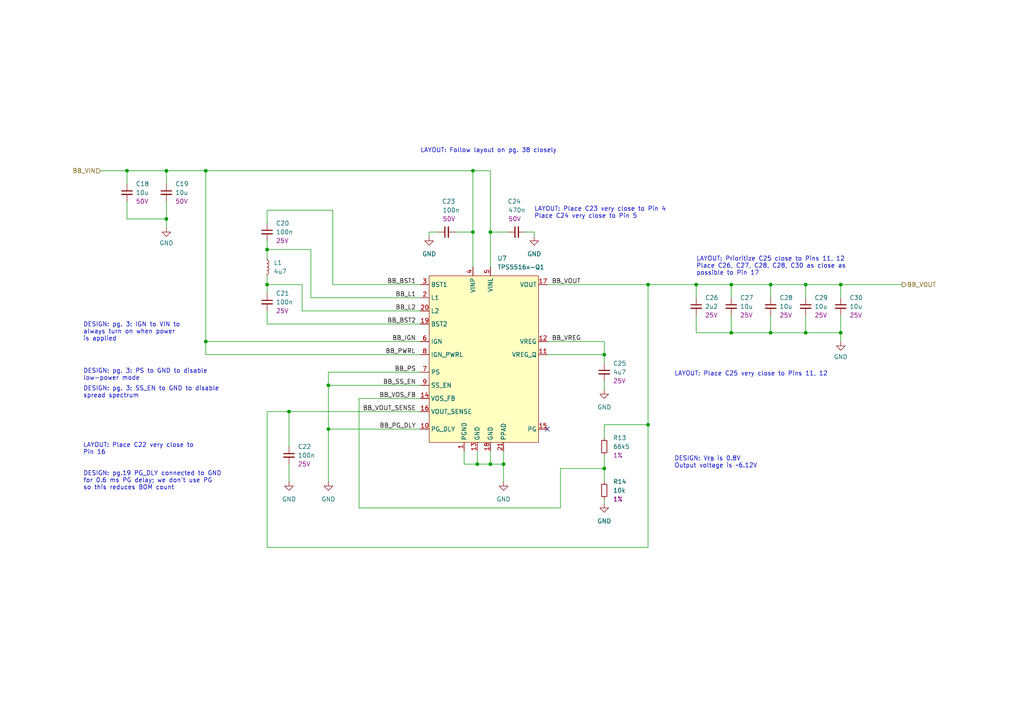
<source format=kicad_sch>
(kicad_sch (version 20211123) (generator eeschema)
  (paper "A4")
  (title_block (title "Car Logger") (date "2024-02-18") (rev "v1") (company "Johnny Cao"))
  (lib_symbols
    (symbol "Device:C_Small" (pin_numbers hide) (pin_names (offset 0.254) hide)
      (property "Reference" "C" (at 0.254 1.778 0))
      (property "Value" "C_Small" (at 0.254 -2.032 0))
      (symbol "C_Small_0_1"
        (polyline (pts (xy -1.524 -0.508) (xy 1.524 -0.508)) (stroke (width 0.3302)))
        (polyline (pts (xy -1.524 0.508) (xy 1.524 0.508)) (stroke (width 0.3048)))
      )
      (symbol "C_Small_1_1"
        (pin passive line (at 0 2.54 270) (length 2.032) (name "~") (number "1"))
        (pin passive line (at 0 -2.54 90) (length 2.032) (name "~") (number "2"))
      )
    )
    (symbol "Device:L_Small" (pin_numbers hide) (pin_names (offset 0.254) hide)
      (property "Reference" "L" (at 0.762 1.016 0))
      (property "Value" "L_Small" (at 0.762 -1.016 0))
      (symbol "L_Small_0_1"
        (arc (start 0 -2.032) (mid 0.508 -1.524) (end 0 -1.016))
        (arc (start 0 -1.016) (mid 0.508 -0.508) (end 0 0))
        (arc (start 0 0) (mid 0.508 0.508) (end 0 1.016))
        (arc (start 0 1.016) (mid 0.508 1.524) (end 0 2.032))
      )
      (symbol "L_Small_1_1"
        (pin passive line (at 0 2.54 270) (length 0.508) (name "~") (number "1"))
        (pin passive line (at 0 -2.54 90) (length 0.508) (name "~") (number "2"))
      )
    )
    (symbol "Device:R_Small" (pin_numbers hide) (pin_names (offset 0.254) hide)
      (property "Reference" "R" (at 0.762 0.508 0))
      (property "Value" "R_Small" (at 0.762 -1.016 0))
      (symbol "R_Small_0_1"
        (rectangle (start -0.762 1.778) (end 0.762 -1.778) (stroke (width 0.2032)))
      )
      (symbol "R_Small_1_1"
        (pin passive line (at 0 2.54 270) (length 0.762) (name "~") (number "1"))
        (pin passive line (at 0 -2.54 90) (length 0.762) (name "~") (number "2"))
      )
    )
    (symbol "car-logger-lib:TPS5516x-Q1"
      (property "Reference" "U" (at 0 43.18 0))
      (property "Value" "TPS5516x-Q1" (at 0 40.64 0))
      (symbol "TPS5516x-Q1_0_0"
        (pin power_in line (at -5.08 -29.21 90) (length 2.54) (name "PGND") (number "1"))
        (pin input line (at -17.78 -22.86 0) (length 2.54) (name "PG_DLY") (number "10"))
        (pin input line (at 19.05 -1.27 180) (length 2.54) (name "VREG_Q") (number "11"))
        (pin output line (at 19.05 2.54 180) (length 2.54) (name "VREG") (number "12"))
        (pin power_in line (at -1.27 -29.21 90) (length 2.54) (name "GND") (number "13"))
        (pin input line (at -17.78 -13.97 0) (length 2.54) (name "VOS_FB") (number "14"))
        (pin output line (at 19.05 -22.86 180) (length 2.54) (name "PG") (number "15"))
        (pin input line (at -17.78 -17.78 0) (length 2.54) (name "VOUT_SENSE") (number "16"))
        (pin power_out line (at 19.05 19.05 180) (length 2.54) (name "VOUT") (number "17"))
        (pin power_in line (at 2.54 -29.21 90) (length 2.54) (name "GND") (number "18"))
        (pin passive line (at -17.78 7.62 0) (length 2.54) (name "BST2") (number "19"))
        (pin passive line (at -17.78 15.24 0) (length 2.54) (name "L1") (number "2"))
        (pin passive line (at -17.78 11.43 0) (length 2.54) (name "L2") (number "20"))
        (pin passive line (at 6.35 -29.21 90) (length 2.54) (name "PPAD") (number "21"))
        (pin passive line (at -17.78 19.05 0) (length 2.54) (name "BST1") (number "3"))
        (pin power_in line (at -2.54 24.13 270) (length 2.54) (name "VINP") (number "4"))
        (pin power_in line (at 2.54 24.13 270) (length 2.54) (name "VINL") (number "5"))
        (pin input line (at -17.78 2.54 0) (length 2.54) (name "IGN") (number "6"))
        (pin input line (at -17.78 -6.35 0) (length 2.54) (name "PS") (number "7"))
        (pin input line (at -17.78 -1.27 0) (length 2.54) (name "IGN_PWRL") (number "8"))
        (pin input line (at -17.78 -10.16 0) (length 2.54) (name "SS_EN") (number "9"))
      )
      (symbol "TPS5516x-Q1_0_1"
        (rectangle (start -15.24 21.59) (end 16.51 -26.67) (fill (type background)))
      )
    )
    (symbol "power:GND" (power) (pin_names (offset 0))
      (property "Value" "GND" (at 0 -3.81 0))
      (symbol "GND_0_1"
        (polyline (pts (xy 0 0) (xy 0 -1.27) (xy 1.27 -1.27) (xy 0 -2.54) (xy -1.27 -1.27) (xy 0 -1.27)))
      )
      (symbol "GND_1_1"
        (pin power_in line (at 0 0 270) (length 0) hide (name "GND") (number "1"))
      )
    )
  )
  (junction (at 223.52 82.55))
  (junction (at 36.83 49.53))
  (junction (at 146.05 134.62))
  (junction (at 138.43 134.62))
  (junction (at 187.96 82.55))
  (junction (at 59.69 49.53))
  (junction (at 77.47 72.39))
  (junction (at 137.16 49.53))
  (junction (at 48.26 49.53))
  (junction (at 48.26 63.5))
  (junction (at 95.25 111.76))
  (junction (at 175.26 102.87))
  (junction (at 142.24 134.62))
  (junction (at 187.96 123.19))
  (junction (at 77.47 82.55))
  (junction (at 223.52 96.52))
  (junction (at 201.93 82.55))
  (junction (at 243.84 96.52))
  (junction (at 59.69 99.06))
  (junction (at 142.24 67.31))
  (junction (at 233.68 96.52))
  (junction (at 243.84 82.55))
  (junction (at 212.09 82.55))
  (junction (at 83.82 119.38))
  (junction (at 95.25 124.46))
  (junction (at 233.68 82.55))
  (junction (at 175.26 135.89))
  (junction (at 137.16 67.31))
  (junction (at 212.09 96.52))
  (no_connect (at 158.75 124.46))
  (wire (pts (xy 95.25 111.76) (xy 121.92 111.76)))
  (wire (pts (xy 243.84 96.52) (xy 243.84 99.06)))
  (wire (pts (xy 212.09 91.44) (xy 212.09 96.52)))
  (wire (pts (xy 233.68 82.55) (xy 243.84 82.55)))
  (wire (pts (xy 175.26 99.06) (xy 158.75 99.06)))
  (wire (pts (xy 83.82 134.62) (xy 83.82 139.7)))
  (wire (pts (xy 77.47 60.96) (xy 96.52 60.96)))
  (wire (pts (xy 77.47 64.77) (xy 77.47 60.96)))
  (wire (pts (xy 77.47 82.55) (xy 77.47 85.09)))
  (wire (pts (xy 142.24 49.53) (xy 142.24 67.31)))
  (wire (pts (xy 142.24 134.62) (xy 146.05 134.62)))
  (wire (pts (xy 243.84 91.44) (xy 243.84 96.52)))
  (wire (pts (xy 175.26 123.19) (xy 187.96 123.19)))
  (wire (pts (xy 233.68 91.44) (xy 233.68 96.52)))
  (wire (pts (xy 138.43 130.81) (xy 138.43 134.62)))
  (wire (pts (xy 95.25 107.95) (xy 95.25 111.76)))
  (wire (pts (xy 223.52 91.44) (xy 223.52 96.52)))
  (wire (pts (xy 134.62 130.81) (xy 134.62 134.62)))
  (wire (pts (xy 59.69 99.06) (xy 59.69 102.87)))
  (wire (pts (xy 36.83 49.53) (xy 48.26 49.53)))
  (wire (pts (xy 77.47 72.39) (xy 77.47 74.93)))
  (wire (pts (xy 77.47 80.01) (xy 77.47 82.55)))
  (wire (pts (xy 77.47 82.55) (xy 87.63 82.55)))
  (wire (pts (xy 121.92 102.87) (xy 59.69 102.87)))
  (wire (pts (xy 104.14 147.32) (xy 162.56 147.32)))
  (wire (pts (xy 96.52 82.55) (xy 121.92 82.55)))
  (wire (pts (xy 201.93 96.52) (xy 212.09 96.52)))
  (wire (pts (xy 36.83 63.5) (xy 48.26 63.5)))
  (wire (pts (xy 77.47 158.75) (xy 77.47 119.38)))
  (wire (pts (xy 48.26 49.53) (xy 48.26 53.34)))
  (wire (pts (xy 48.26 49.53) (xy 59.69 49.53)))
  (wire (pts (xy 124.46 67.31) (xy 124.46 68.58)))
  (wire (pts (xy 95.25 124.46) (xy 95.25 139.7)))
  (wire (pts (xy 36.83 49.53) (xy 36.83 53.34)))
  (wire (pts (xy 137.16 49.53) (xy 142.24 49.53)))
  (wire (pts (xy 187.96 123.19) (xy 187.96 158.75)))
  (wire (pts (xy 154.94 67.31) (xy 152.4 67.31)))
  (wire (pts (xy 233.68 82.55) (xy 233.68 86.36)))
  (wire (pts (xy 90.17 72.39) (xy 77.47 72.39)))
  (wire (pts (xy 121.92 107.95) (xy 95.25 107.95)))
  (wire (pts (xy 134.62 134.62) (xy 138.43 134.62)))
  (wire (pts (xy 48.26 58.42) (xy 48.26 63.5)))
  (wire (pts (xy 77.47 69.85) (xy 77.47 72.39)))
  (wire (pts (xy 59.69 49.53) (xy 137.16 49.53)))
  (wire (pts (xy 137.16 49.53) (xy 137.16 67.31)))
  (wire (pts (xy 29.21 49.53) (xy 36.83 49.53)))
  (wire (pts (xy 175.26 135.89) (xy 175.26 139.7)))
  (wire (pts (xy 83.82 119.38) (xy 121.92 119.38)))
  (wire (pts (xy 127 67.31) (xy 124.46 67.31)))
  (wire (pts (xy 243.84 82.55) (xy 261.62 82.55)))
  (wire (pts (xy 121.92 86.36) (xy 90.17 86.36)))
  (wire (pts (xy 187.96 82.55) (xy 187.96 123.19)))
  (wire (pts (xy 138.43 134.62) (xy 142.24 134.62)))
  (wire (pts (xy 83.82 119.38) (xy 83.82 129.54)))
  (wire (pts (xy 96.52 60.96) (xy 96.52 82.55)))
  (wire (pts (xy 132.08 67.31) (xy 137.16 67.31)))
  (wire (pts (xy 223.52 82.55) (xy 233.68 82.55)))
  (wire (pts (xy 121.92 115.57) (xy 104.14 115.57)))
  (wire (pts (xy 158.75 102.87) (xy 175.26 102.87)))
  (wire (pts (xy 175.26 110.49) (xy 175.26 113.03)))
  (wire (pts (xy 212.09 96.52) (xy 223.52 96.52)))
  (wire (pts (xy 162.56 135.89) (xy 162.56 147.32)))
  (wire (pts (xy 158.75 82.55) (xy 187.96 82.55)))
  (wire (pts (xy 187.96 158.75) (xy 77.47 158.75)))
  (wire (pts (xy 77.47 90.17) (xy 77.47 93.98)))
  (wire (pts (xy 201.93 82.55) (xy 201.93 86.36)))
  (wire (pts (xy 201.93 91.44) (xy 201.93 96.52)))
  (wire (pts (xy 146.05 134.62) (xy 146.05 139.7)))
  (wire (pts (xy 175.26 144.78) (xy 175.26 146.05)))
  (wire (pts (xy 243.84 82.55) (xy 243.84 86.36)))
  (wire (pts (xy 212.09 82.55) (xy 223.52 82.55)))
  (wire (pts (xy 175.26 123.19) (xy 175.26 127)))
  (wire (pts (xy 87.63 82.55) (xy 87.63 90.17)))
  (wire (pts (xy 142.24 67.31) (xy 142.24 77.47)))
  (wire (pts (xy 104.14 115.57) (xy 104.14 147.32)))
  (wire (pts (xy 48.26 63.5) (xy 48.26 66.04)))
  (wire (pts (xy 121.92 99.06) (xy 59.69 99.06)))
  (wire (pts (xy 175.26 102.87) (xy 175.26 105.41)))
  (wire (pts (xy 142.24 67.31) (xy 147.32 67.31)))
  (wire (pts (xy 223.52 96.52) (xy 233.68 96.52)))
  (wire (pts (xy 87.63 90.17) (xy 121.92 90.17)))
  (wire (pts (xy 90.17 86.36) (xy 90.17 72.39)))
  (wire (pts (xy 212.09 82.55) (xy 212.09 86.36)))
  (wire (pts (xy 154.94 68.58) (xy 154.94 67.31)))
  (wire (pts (xy 77.47 93.98) (xy 121.92 93.98)))
  (wire (pts (xy 175.26 132.08) (xy 175.26 135.89)))
  (wire (pts (xy 187.96 82.55) (xy 201.93 82.55)))
  (wire (pts (xy 59.69 49.53) (xy 59.69 99.06)))
  (wire (pts (xy 175.26 102.87) (xy 175.26 99.06)))
  (wire (pts (xy 137.16 67.31) (xy 137.16 77.47)))
  (wire (pts (xy 142.24 130.81) (xy 142.24 134.62)))
  (wire (pts (xy 223.52 82.55) (xy 223.52 86.36)))
  (wire (pts (xy 146.05 130.81) (xy 146.05 134.62)))
  (wire (pts (xy 95.25 111.76) (xy 95.25 124.46)))
  (wire (pts (xy 77.47 119.38) (xy 83.82 119.38)))
  (wire (pts (xy 95.25 124.46) (xy 121.92 124.46)))
  (wire (pts (xy 162.56 135.89) (xy 175.26 135.89)))
  (wire (pts (xy 201.93 82.55) (xy 212.09 82.55)))
  (wire (pts (xy 233.68 96.52) (xy 243.84 96.52)))
  (wire (pts (xy 36.83 58.42) (xy 36.83 63.5)))
  (text "DESIGN: pg. 3: IGN to VIN to\nalways turn on when power\nis applied" (at 24.13 99.06 0) (effects (font (size 1.27 1.27)) (justify left bottom)))
  (text "LAYOUT: Place C23 very close to Pin 4\nPlace C24 very close to Pin 5" (at 154.94 63.5 0) (effects (font (size 1.27 1.27)) (justify left bottom)))
  (text "LAYOUT: Place C25 very close to Pins 11, 12" (at 195.58 109.22 0) (effects (font (size 1.27 1.27)) (justify left bottom)))
  (text "DESIGN: pg. 3: PS to GND to disable\nlow-power mode" (at 24.13 110.49 0) (effects (font (size 1.27 1.27)) (justify left bottom)))
  (text "DESIGN: V_{FB} is 0.8V\nOutput voltage is ~6.12V" (at 195.58 135.89 0) (effects (font (size 1.27 1.27)) (justify left bottom)))
  (text "LAYOUT: Follow layout on pg. 38 closely" (at 121.92 44.45 0) (effects (font (size 1.27 1.27)) (justify left bottom)))
  (text "LAYOUT: Place C22 very close to\nPin 16" (at 24.0823 132 0) (effects (font (size 1.27 1.27)) (justify left bottom)))
  (text "LAYOUT: Prioritize C25 close to Pins 11, 12\nPlace C26, C27, C28, C28, C30 as close as\npossible to Pin 17" (at 201.93 80.01 0) (effects (font (size 1.27 1.27)) (justify left bottom)))
  (text "DESIGN: pg.19 PG_DLY connected to GND\nfor 0.6 ms PG delay; we don't use PG\nso this reduces BOM count" (at 24.13 142.24 0) (effects (font (size 1.27 1.27)) (justify left bottom)))
  (text "DESIGN: pg. 3: SS_EN to GND to disable\nspread spectrum" (at 24.13 115.57 0) (effects (font (size 1.27 1.27)) (justify left bottom)))
  (label "BB_L1" (at 120.65 86.36 180))
  (label "BB_VOS_FB" (at 120.65 115.57 180))
  (label "BB_PS" (at 120.65 107.95 180))
  (label "BB_BST2" (at 120.65 93.98 180))
  (label "BB_PWRL" (at 120.513 102.87 180))
  (label "BB_VOUT" (at 160.02 82.55 0))
  (label "BB_IGN" (at 120.65 99.06 180))
  (label "BB_L2" (at 120.65 90.17 180))
  (label "BB_VREG" (at 160.02 99.06 0))
  (label "BB_BST1" (at 120.65 82.55 180))
  (label "BB_SS_EN" (at 120.65 111.76 180))
  (label "BB_PG_DLY" (at 120.65 124.46 180))
  (label "BB_VOUT_SENSE" (at 120.65 119.38 180))
  (hierarchical_label "BB_VOUT" (shape output) (at 261.62 82.55 0))
  (hierarchical_label "BB_VIN" (shape input) (at 29.21 49.53 180))
  (symbol (lib_id "power:GND") (at 48.26 66.04 0) (unit 1)
    (property "Reference" "#PWR0140" (effects hide))
    (property "Value" "GND" (at 48.26 70.485 0))
  )
  (symbol (lib_id "Device:C_Small") (at 129.54 67.31 90) (unit 1)
    (property "Reference" "C23" (at 132.08 58.42 90) (effects (justify left)))
    (property "Value" "100n" (at 133.35 60.96 90) (effects (justify left)))
    (property "Footprint" "Capacitor_SMD:C_0603_1608Metric" (effects hide))
    (property "Rating" "50V" (at 132.08 63.5 90) (effects (justify left)))
  )
  (symbol (lib_id "power:GND") (at 175.26 146.05 0) (unit 1)
    (property "Reference" "#PWR0138" (effects hide))
    (property "Value" "GND" (at 175.26 151.13 0))
  )
  (symbol (lib_id "Device:C_Small") (at 201.93 88.9 0) (unit 1)
    (property "Reference" "C26" (at 204.47 86.36 0) (effects (justify left)))
    (property "Value" "2u2" (at 204.47 88.9 0) (effects (justify left)))
    (property "Footprint" "Capacitor_SMD:C_0603_1608Metric" (effects hide))
    (property "Rating" "25V" (at 204.47 91.4338 0) (effects (justify left)))
  )
  (symbol (lib_id "Device:R_Small") (at 175.26 142.24 0) (unit 1)
    (property "Reference" "R14" (at 177.8 139.7001 0) (effects (justify left)))
    (property "Value" "10k" (at 177.8 142.24 0) (effects (justify left)))
    (property "Footprint" "Resistor_SMD:R_0603_1608Metric" (effects hide))
    (property "Tolerance" "1%" (at 177.8 144.7801 0) (effects (justify left)))
  )
  (symbol (lib_id "Device:C_Small") (at 175.26 107.95 0) (unit 1)
    (property "Reference" "C25" (at 177.8 105.41 0) (effects (justify left)))
    (property "Value" "4u7" (at 177.8 107.95 0) (effects (justify left)))
    (property "Footprint" "Capacitor_SMD:C_0603_1608Metric" (effects hide))
    (property "Rating" "25V" (at 177.8 110.4838 0) (effects (justify left)))
  )
  (symbol (lib_id "power:GND") (at 95.25 139.7 0) (unit 1)
    (property "Reference" "#PWR0142" (effects hide))
    (property "Value" "GND" (at 95.25 144.78 0))
  )
  (symbol (lib_id "Device:C_Small") (at 77.47 87.63 0) (unit 1)
    (property "Reference" "C21" (at 80.01 85.09 0) (effects (justify left)))
    (property "Value" "100n" (at 80.01 87.63 0) (effects (justify left)))
    (property "Footprint" "Capacitor_SMD:C_0603_1608Metric" (effects hide))
    (property "Rating" "25V" (at 80.01 90.1638 0) (effects (justify left)))
  )
  (symbol (lib_id "power:GND") (at 243.84 99.06 0) (unit 1)
    (property "Reference" "#PWR0139" (effects hide))
    (property "Value" "GND" (at 243.84 103.505 0))
  )
  (symbol (lib_id "Device:L_Small") (at 77.47 77.47 0) (unit 1)
    (property "Reference" "L1" (at 79.375 76.1999 0) (effects (justify left)))
    (property "Value" "4u7" (at 79.375 78.7399 0) (effects (justify left)))
    (property "Footprint" "Inductor_SMD:L_1008_2520Metric" (effects hide))
  )
  (symbol (lib_id "Device:R_Small") (at 175.26 129.54 0) (unit 1)
    (property "Reference" "R13" (at 177.8 127.0001 0) (effects (justify left)))
    (property "Value" "66k5" (at 177.8 129.54 0) (effects (justify left)))
    (property "Footprint" "Resistor_SMD:R_0603_1608Metric" (effects hide))
    (property "Tolerance" "1%" (at 177.8 132.0801 0) (effects (justify left)))
  )
  (symbol (lib_id "power:GND") (at 124.46 68.58 0) (unit 1)
    (property "Reference" "#PWR0136" (effects hide))
    (property "Value" "GND" (at 124.46 73.66 0))
  )
  (symbol (lib_id "Device:C_Small") (at 83.82 132.08 0) (unit 1)
    (property "Reference" "C22" (at 86.36 129.54 0) (effects (justify left)))
    (property "Value" "100n" (at 86.36 132.08 0) (effects (justify left)))
    (property "Footprint" "Capacitor_SMD:C_0603_1608Metric" (effects hide))
    (property "Rating" "25V" (at 86.36 134.6138 0) (effects (justify left)))
  )
  (symbol (lib_id "Device:C_Small") (at 48.26 55.88 0) (unit 1)
    (property "Reference" "C19" (at 50.8 53.34 0) (effects (justify left)))
    (property "Value" "10u" (at 50.8 55.88 0) (effects (justify left)))
    (property "Footprint" "Capacitor_SMD:C_0603_1608Metric" (effects hide))
    (property "Rating" "50V" (at 50.8 58.4138 0) (effects (justify left)))
  )
  (symbol (lib_id "Device:C_Small") (at 149.86 67.31 90) (unit 1)
    (property "Reference" "C24" (at 151.13 58.42 90) (effects (justify left)))
    (property "Value" "470n" (at 152.4 60.96 90) (effects (justify left)))
    (property "Footprint" "Capacitor_SMD:C_0603_1608Metric" (effects hide))
    (property "Rating" "50V" (at 151.13 63.5 90) (effects (justify left)))
  )
  (symbol (lib_id "power:GND") (at 175.26 113.03 0) (unit 1)
    (property "Reference" "#PWR0137" (effects hide))
    (property "Value" "GND" (at 175.26 118.11 0))
  )
  (symbol (lib_id "Device:C_Small") (at 243.84 88.9 0) (unit 1)
    (property "Reference" "C30" (at 246.38 86.36 0) (effects (justify left)))
    (property "Value" "10u" (at 246.38 88.9 0) (effects (justify left)))
    (property "Footprint" "Capacitor_SMD:C_0603_1608Metric" (effects hide))
    (property "Rating" "25V" (at 246.38 91.4338 0) (effects (justify left)))
  )
  (symbol (lib_id "Device:C_Small") (at 233.68 88.9 0) (unit 1)
    (property "Reference" "C29" (at 236.22 86.36 0) (effects (justify left)))
    (property "Value" "10u" (at 236.22 88.9 0) (effects (justify left)))
    (property "Footprint" "Capacitor_SMD:C_0603_1608Metric" (effects hide))
    (property "Rating" "25V" (at 236.22 91.4338 0) (effects (justify left)))
  )
  (symbol (lib_id "Device:C_Small") (at 77.47 67.31 0) (unit 1)
    (property "Reference" "C20" (at 80.01 64.77 0) (effects (justify left)))
    (property "Value" "100n" (at 80.01 67.31 0) (effects (justify left)))
    (property "Footprint" "Capacitor_SMD:C_0603_1608Metric" (effects hide))
    (property "Rating" "25V" (at 80.01 69.8438 0) (effects (justify left)))
  )
  (symbol (lib_id "Device:C_Small") (at 36.83 55.88 0) (unit 1)
    (property "Reference" "C18" (at 39.37 53.34 0) (effects (justify left)))
    (property "Value" "10u" (at 39.37 55.88 0) (effects (justify left)))
    (property "Footprint" "Capacitor_SMD:C_0603_1608Metric" (effects hide))
    (property "Rating" "50V" (at 39.37 58.4138 0) (effects (justify left)))
  )
  (symbol (lib_id "power:GND") (at 146.05 139.7 0) (unit 1)
    (property "Reference" "#PWR0141" (effects hide))
    (property "Value" "GND" (at 146.05 144.78 0))
  )
  (symbol (lib_id "Device:C_Small") (at 212.09 88.9 0) (unit 1)
    (property "Reference" "C27" (at 214.63 86.36 0) (effects (justify left)))
    (property "Value" "10u" (at 214.63 88.9 0) (effects (justify left)))
    (property "Footprint" "Capacitor_SMD:C_0603_1608Metric" (effects hide))
    (property "Rating" "25V" (at 214.63 91.4338 0) (effects (justify left)))
  )
  (symbol (lib_id "car-logger-lib:TPS5516x-Q1") (at 139.7 101.6 0) (unit 1)
    (property "Reference" "U7" (at 144.2594 74.93 0) (effects (justify left)))
    (property "Value" "TPS5516x-Q1" (at 144.2594 77.47 0) (effects (justify left)))
    (property "Footprint" "Package_SO:Texas_PWP0020A" (effects hide))
    (property "Datasheet" "https://www.ti.com/lit/gpn/TPS55162-Q1" (effects hide))
  )
  (symbol (lib_id "power:GND") (at 154.94 68.58 0) (unit 1)
    (property "Reference" "#PWR0135" (effects hide))
    (property "Value" "GND" (at 154.94 73.66 0))
  )
  (symbol (lib_id "Device:C_Small") (at 223.52 88.9 0) (unit 1)
    (property "Reference" "C28" (at 226.06 86.36 0) (effects (justify left)))
    (property "Value" "10u" (at 226.06 88.9 0) (effects (justify left)))
    (property "Footprint" "Capacitor_SMD:C_0603_1608Metric" (effects hide))
    (property "Rating" "25V" (at 226.06 91.4338 0) (effects (justify left)))
  )
  (symbol (lib_id "power:GND") (at 83.82 139.7 0) (unit 1)
    (property "Reference" "#PWR0143" (effects hide))
    (property "Value" "GND" (at 83.82 144.78 0))
  )
)
</source>
